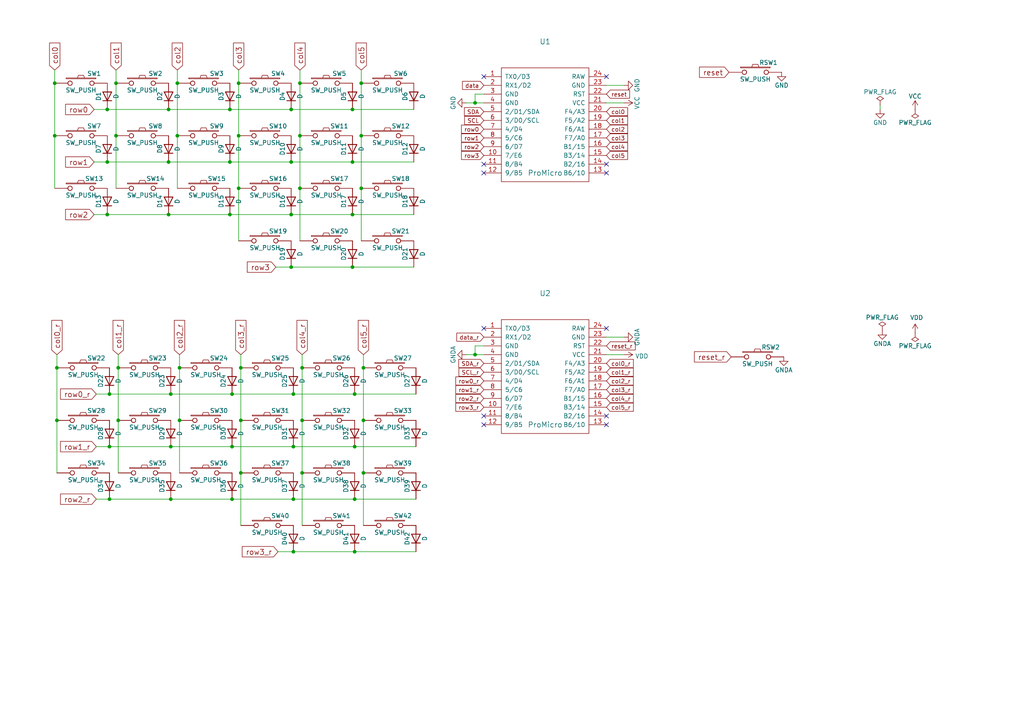
<source format=kicad_sch>
(kicad_sch (version 20230121) (generator eeschema)
  (paper "A4")
  (title_block (title "Corne Light") (date "2020-10-13") (rev "2.0") (company "foostan"))
  (lib_symbols
    (symbol "Device:D" (pin_numbers hide) (pin_names (offset 1.016) hide)
      (property "Reference" "D" (at 0 2.54 0))
      (property "Value" "D" (at 0 -2.54 0))
      (symbol "D_0_1"
        (polyline (pts (xy -1.27 1.27) (xy -1.27 -1.27)) (stroke (width 0.254)))
        (polyline (pts (xy 1.27 0) (xy -1.27 0)))
        (polyline (pts (xy 1.27 1.27) (xy 1.27 -1.27) (xy -1.27 0) (xy 1.27 1.27)) (stroke (width 0.254)))
      )
      (symbol "D_1_1"
        (pin passive line (at -3.81 0 0) (length 2.54) (name "K") (number "1"))
        (pin passive line (at 3.81 0 180) (length 2.54) (name "A") (number "2"))
      )
    )
    (symbol "corne-light-bt-mx-rescue:ProMicro-kbd" (pin_names (offset 1.016))
      (property "Reference" "U" (at 0 19.05 0))
      (property "Value" "kbd_ProMicro" (at 0 -19.05 0))
      (symbol "ProMicro-kbd_0_1"
        (rectangle (start -12.7 16.51) (end 12.7 -16.51))
      )
      (symbol "ProMicro-kbd_1_1"
        (pin bidirectional line (at -17.78 13.97 0) (length 5.08) (name "TX0/D3") (number "1"))
        (pin bidirectional line (at -17.78 -8.89 0) (length 5.08) (name "7/E6") (number "10"))
        (pin bidirectional line (at -17.78 -11.43 0) (length 5.08) (name "8/B4") (number "11"))
        (pin bidirectional line (at -17.78 -13.97 0) (length 5.08) (name "9/B5") (number "12"))
        (pin bidirectional line (at 17.78 -13.97 180) (length 5.08) (name "B6/10") (number "13"))
        (pin bidirectional line (at 17.78 -11.43 180) (length 5.08) (name "B2/16") (number "14"))
        (pin bidirectional line (at 17.78 -8.89 180) (length 5.08) (name "B3/14") (number "15"))
        (pin bidirectional line (at 17.78 -6.35 180) (length 5.08) (name "B1/15") (number "16"))
        (pin bidirectional line (at 17.78 -3.81 180) (length 5.08) (name "F7/A0") (number "17"))
        (pin bidirectional line (at 17.78 -1.27 180) (length 5.08) (name "F6/A1") (number "18"))
        (pin bidirectional line (at 17.78 1.27 180) (length 5.08) (name "F5/A2") (number "19"))
        (pin bidirectional line (at -17.78 11.43 0) (length 5.08) (name "RX1/D2") (number "2"))
        (pin bidirectional line (at 17.78 3.81 180) (length 5.08) (name "F4/A3") (number "20"))
        (pin power_in line (at 17.78 6.35 180) (length 5.08) (name "VCC") (number "21"))
        (pin input line (at 17.78 8.89 180) (length 5.08) (name "RST") (number "22"))
        (pin power_in line (at 17.78 11.43 180) (length 5.08) (name "GND") (number "23"))
        (pin power_out line (at 17.78 13.97 180) (length 5.08) (name "RAW") (number "24"))
        (pin power_in line (at -17.78 8.89 0) (length 5.08) (name "GND") (number "3"))
        (pin power_in line (at -17.78 6.35 0) (length 5.08) (name "GND") (number "4"))
        (pin bidirectional line (at -17.78 3.81 0) (length 5.08) (name "2/D1/SDA") (number "5"))
        (pin bidirectional line (at -17.78 1.27 0) (length 5.08) (name "3/D0/SCL") (number "6"))
        (pin bidirectional line (at -17.78 -1.27 0) (length 5.08) (name "4/D4") (number "7"))
        (pin bidirectional line (at -17.78 -3.81 0) (length 5.08) (name "5/C6") (number "8"))
        (pin bidirectional line (at -17.78 -6.35 0) (length 5.08) (name "6/D7") (number "9"))
      )
    )
    (symbol "corne-light-bt-mx-rescue:SW_PUSH-kbd" (pin_numbers hide) (pin_names (offset 1.016) hide)
      (property "Reference" "SW" (at 3.81 2.794 0))
      (property "Value" "kbd_SW_PUSH" (at 0 -2.032 0))
      (symbol "SW_PUSH-kbd_0_1"
        (rectangle (start -4.318 1.27) (end 4.318 1.524))
        (polyline (pts (xy -1.016 1.524) (xy -0.762 2.286) (xy 0.762 2.286) (xy 1.016 1.524)))
        (pin passive inverted (at -7.62 0 0) (length 5.08) (name "1") (number "1"))
        (pin passive inverted (at 7.62 0 180) (length 5.08) (name "2") (number "2"))
      )
    )
    (symbol "power:GND" (power) (pin_names (offset 0))
      (property "Value" "GND" (at 0 -3.81 0))
      (symbol "GND_0_1"
        (polyline (pts (xy 0 0) (xy 0 -1.27) (xy 1.27 -1.27) (xy 0 -2.54) (xy -1.27 -1.27) (xy 0 -1.27)))
      )
      (symbol "GND_1_1"
        (pin power_in line (at 0 0 270) (length 0) hide (name "GND") (number "1"))
      )
    )
    (symbol "power:GNDA" (power) (pin_names (offset 0))
      (property "Value" "GNDA" (at 0 -3.81 0))
      (symbol "GNDA_0_1"
        (polyline (pts (xy 0 0) (xy 0 -1.27) (xy 1.27 -1.27) (xy 0 -2.54) (xy -1.27 -1.27) (xy 0 -1.27)))
      )
      (symbol "GNDA_1_1"
        (pin power_in line (at 0 0 270) (length 0) hide (name "GNDA") (number "1"))
      )
    )
    (symbol "power:PWR_FLAG" (power) (pin_numbers hide) (pin_names (offset 0) hide)
      (property "Value" "PWR_FLAG" (at 0 3.81 0))
      (symbol "PWR_FLAG_0_0"
        (pin power_out line (at 0 0 90) (length 0) (name "pwr") (number "1"))
      )
      (symbol "PWR_FLAG_0_1"
        (polyline (pts (xy 0 0) (xy 0 1.27) (xy -1.016 1.905) (xy 0 2.54) (xy 1.016 1.905) (xy 0 1.27)))
      )
    )
    (symbol "power:VCC" (power) (pin_names (offset 0))
      (property "Value" "VCC" (at 0 3.81 0))
      (symbol "VCC_0_1"
        (polyline (pts (xy -0.762 1.27) (xy 0 2.54)))
        (polyline (pts (xy 0 0) (xy 0 2.54)))
        (polyline (pts (xy 0 2.54) (xy 0.762 1.27)))
      )
      (symbol "VCC_1_1"
        (pin power_in line (at 0 0 90) (length 0) hide (name "VCC") (number "1"))
      )
    )
    (symbol "power:VDD" (power) (pin_names (offset 0))
      (property "Value" "VDD" (at 0 3.81 0))
      (symbol "VDD_0_1"
        (polyline (pts (xy -0.762 1.27) (xy 0 2.54)))
        (polyline (pts (xy 0 0) (xy 0 2.54)))
        (polyline (pts (xy 0 2.54) (xy 0.762 1.27)))
      )
      (symbol "VDD_1_1"
        (pin power_in line (at 0 0 90) (length 0) hide (name "VDD") (number "1"))
      )
    )
  )
  (junction (at 66.675 62.23))
  (junction (at 31.115 62.23))
  (junction (at 84.455 31.75))
  (junction (at 67.31 144.78))
  (junction (at 48.895 31.75))
  (junction (at 52.07 106.68))
  (junction (at 31.115 46.99))
  (junction (at 87.63 137.16))
  (junction (at 69.215 24.13))
  (junction (at 66.675 31.75))
  (junction (at 16.51 121.92))
  (junction (at 86.995 24.13))
  (junction (at 31.75 114.3))
  (junction (at 102.87 129.54))
  (junction (at 87.63 106.68))
  (junction (at 66.675 46.99))
  (junction (at 31.75 129.54))
  (junction (at 33.655 39.37))
  (junction (at 15.875 24.13))
  (junction (at 87.63 121.92))
  (junction (at 51.435 24.13))
  (junction (at 102.87 144.78))
  (junction (at 102.87 160.02))
  (junction (at 34.29 106.68))
  (junction (at 52.07 121.92))
  (junction (at 105.41 137.16))
  (junction (at 105.41 121.92))
  (junction (at 34.29 121.92))
  (junction (at 84.455 46.99))
  (junction (at 67.31 129.54))
  (junction (at 86.995 54.61))
  (junction (at 69.85 137.16))
  (junction (at 33.655 24.13))
  (junction (at 67.31 114.3))
  (junction (at 86.995 39.37))
  (junction (at 85.09 160.02))
  (junction (at 85.09 129.54))
  (junction (at 69.215 54.61))
  (junction (at 51.435 39.37))
  (junction (at 48.895 62.23))
  (junction (at 16.51 106.68))
  (junction (at 104.775 24.13))
  (junction (at 102.235 62.23))
  (junction (at 69.85 121.92))
  (junction (at 49.53 144.78))
  (junction (at 69.215 39.37))
  (junction (at 102.235 31.75))
  (junction (at 31.115 31.75))
  (junction (at 137.795 29.845))
  (junction (at 84.455 62.23))
  (junction (at 137.795 102.87))
  (junction (at 85.09 114.3))
  (junction (at 69.85 106.68))
  (junction (at 49.53 129.54))
  (junction (at 105.41 106.68))
  (junction (at 48.895 46.99))
  (junction (at 31.75 144.78))
  (junction (at 85.09 144.78))
  (junction (at 104.775 54.61))
  (junction (at 102.235 46.99))
  (junction (at 49.53 114.3))
  (junction (at 102.235 77.47))
  (junction (at 84.455 77.47))
  (junction (at 104.775 39.37))
  (junction (at 15.875 39.37))
  (junction (at 102.87 114.3))
  (no_connect (at 140.335 22.225))
  (no_connect (at 175.895 123.19))
  (no_connect (at 140.335 47.625))
  (no_connect (at 140.335 120.65))
  (no_connect (at 6.35 -20.955))
  (no_connect (at 175.895 120.65))
  (no_connect (at 175.895 22.225))
  (no_connect (at 175.895 47.625))
  (no_connect (at 140.335 95.25))
  (no_connect (at 140.335 50.165))
  (no_connect (at 140.335 123.19))
  (no_connect (at 175.895 50.165))
  (no_connect (at 175.895 95.25))
  (wire (pts (xy 66.675 46.99) (xy 84.455 46.99)))
  (wire (pts (xy 52.07 106.68) (xy 52.07 121.92)))
  (wire (pts (xy 52.07 121.92) (xy 52.07 137.16)))
  (wire (pts (xy 16.51 106.68) (xy 16.51 121.92)))
  (wire (pts (xy 104.775 54.61) (xy 104.775 69.85)))
  (wire (pts (xy 175.895 24.765) (xy 180.975 24.765)))
  (wire (pts (xy 66.675 62.23) (xy 84.455 62.23)))
  (wire (pts (xy 87.63 137.16) (xy 87.63 152.4)))
  (wire (pts (xy 175.895 29.845) (xy 180.975 29.845)))
  (wire (pts (xy 84.455 62.23) (xy 102.235 62.23)))
  (wire (pts (xy 27.305 31.75) (xy 31.115 31.75)))
  (wire (pts (xy 137.795 102.87) (xy 140.335 102.87)))
  (wire (pts (xy 80.01 77.47) (xy 84.455 77.47)))
  (wire (pts (xy 69.85 121.92) (xy 69.85 137.16)))
  (wire (pts (xy 255.27 30.48) (xy 255.27 31.75)))
  (wire (pts (xy 105.41 121.92) (xy 105.41 137.16)))
  (wire (pts (xy 31.115 31.75) (xy 48.895 31.75)))
  (wire (pts (xy 67.31 114.3) (xy 85.09 114.3)))
  (wire (pts (xy 85.09 160.02) (xy 102.87 160.02)))
  (wire (pts (xy 34.29 106.68) (xy 34.29 121.92)))
  (wire (pts (xy 175.895 102.87) (xy 180.975 102.87)))
  (wire (pts (xy 67.31 129.54) (xy 85.09 129.54)))
  (wire (pts (xy 104.775 24.13) (xy 104.775 39.37)))
  (wire (pts (xy 31.75 114.3) (xy 49.53 114.3)))
  (wire (pts (xy 84.455 46.99) (xy 102.235 46.99)))
  (wire (pts (xy 67.31 144.78) (xy 85.09 144.78)))
  (wire (pts (xy 31.75 144.78) (xy 49.53 144.78)))
  (wire (pts (xy 69.85 106.68) (xy 69.85 121.92)))
  (wire (pts (xy 49.53 144.78) (xy 67.31 144.78)))
  (wire (pts (xy 34.29 121.92) (xy 34.29 137.16)))
  (wire (pts (xy 27.94 114.3) (xy 31.75 114.3)))
  (wire (pts (xy 15.875 20.32) (xy 15.875 24.13)))
  (wire (pts (xy 102.87 144.78) (xy 120.65 144.78)))
  (wire (pts (xy 27.94 129.54) (xy 31.75 129.54)))
  (wire (pts (xy 33.655 24.13) (xy 33.655 39.37)))
  (wire (pts (xy 135.255 102.87) (xy 137.795 102.87)))
  (wire (pts (xy 69.215 20.32) (xy 69.215 24.13)))
  (wire (pts (xy 135.255 29.845) (xy 137.795 29.845)))
  (wire (pts (xy 16.51 121.92) (xy 16.51 137.16)))
  (wire (pts (xy 104.775 39.37) (xy 104.775 54.61)))
  (wire (pts (xy 69.215 54.61) (xy 69.215 69.85)))
  (wire (pts (xy 102.87 160.02) (xy 120.65 160.02)))
  (wire (pts (xy 105.41 137.16) (xy 105.41 152.4)))
  (wire (pts (xy 27.94 144.78) (xy 31.75 144.78)))
  (wire (pts (xy 105.41 102.87) (xy 105.41 106.68)))
  (wire (pts (xy 51.435 24.13) (xy 51.435 39.37)))
  (wire (pts (xy 85.09 129.54) (xy 102.87 129.54)))
  (wire (pts (xy 80.645 160.02) (xy 85.09 160.02)))
  (wire (pts (xy 86.995 24.13) (xy 86.995 39.37)))
  (wire (pts (xy 86.995 54.61) (xy 86.995 69.85)))
  (wire (pts (xy 49.53 129.54) (xy 67.31 129.54)))
  (wire (pts (xy 51.435 20.32) (xy 51.435 24.13)))
  (wire (pts (xy 69.215 39.37) (xy 69.215 54.61)))
  (wire (pts (xy 31.115 62.23) (xy 48.895 62.23)))
  (wire (pts (xy 137.795 27.305) (xy 137.795 29.845)))
  (wire (pts (xy 48.895 31.75) (xy 66.675 31.75)))
  (wire (pts (xy 175.895 97.79) (xy 180.975 97.79)))
  (wire (pts (xy 48.895 46.99) (xy 66.675 46.99)))
  (wire (pts (xy 105.41 106.68) (xy 105.41 121.92)))
  (wire (pts (xy 31.115 46.99) (xy 48.895 46.99)))
  (wire (pts (xy 31.75 129.54) (xy 49.53 129.54)))
  (wire (pts (xy 33.655 39.37) (xy 33.655 54.61)))
  (wire (pts (xy 84.455 31.75) (xy 102.235 31.75)))
  (wire (pts (xy 27.305 62.23) (xy 31.115 62.23)))
  (wire (pts (xy 102.235 46.99) (xy 120.015 46.99)))
  (wire (pts (xy 140.335 100.33) (xy 137.795 100.33)))
  (wire (pts (xy 102.87 114.3) (xy 120.65 114.3)))
  (wire (pts (xy 69.215 24.13) (xy 69.215 39.37)))
  (wire (pts (xy 87.63 102.87) (xy 87.63 106.68)))
  (wire (pts (xy 48.895 62.23) (xy 66.675 62.23)))
  (wire (pts (xy 137.795 29.845) (xy 140.335 29.845)))
  (wire (pts (xy 104.775 20.32) (xy 104.775 24.13)))
  (wire (pts (xy 102.235 31.75) (xy 120.015 31.75)))
  (wire (pts (xy 84.455 77.47) (xy 102.235 77.47)))
  (wire (pts (xy 86.995 20.32) (xy 86.995 24.13)))
  (wire (pts (xy 69.85 137.16) (xy 69.85 152.4)))
  (wire (pts (xy 51.435 39.37) (xy 51.435 54.61)))
  (wire (pts (xy 85.09 144.78) (xy 102.87 144.78)))
  (wire (pts (xy 15.875 39.37) (xy 15.875 54.61)))
  (wire (pts (xy 33.655 20.32) (xy 33.655 24.13)))
  (wire (pts (xy 140.335 27.305) (xy 137.795 27.305)))
  (wire (pts (xy 16.51 102.87) (xy 16.51 106.68)))
  (wire (pts (xy 34.29 102.87) (xy 34.29 106.68)))
  (wire (pts (xy 49.53 114.3) (xy 67.31 114.3)))
  (wire (pts (xy 102.235 77.47) (xy 120.015 77.47)))
  (wire (pts (xy 87.63 121.92) (xy 87.63 137.16)))
  (wire (pts (xy 52.07 102.87) (xy 52.07 106.68)))
  (wire (pts (xy 102.87 129.54) (xy 120.65 129.54)))
  (wire (pts (xy 66.675 31.75) (xy 84.455 31.75)))
  (wire (pts (xy 27.305 46.99) (xy 31.115 46.99)))
  (wire (pts (xy 102.235 62.23) (xy 120.015 62.23)))
  (wire (pts (xy 86.995 39.37) (xy 86.995 54.61)))
  (wire (pts (xy 87.63 106.68) (xy 87.63 121.92)))
  (wire (pts (xy 137.795 100.33) (xy 137.795 102.87)))
  (wire (pts (xy 85.09 114.3) (xy 102.87 114.3)))
  (wire (pts (xy 69.85 102.87) (xy 69.85 106.68)))
  (wire (pts (xy 15.875 24.13) (xy 15.875 39.37)))
  (global_label "col4_r" (shape input) (at 87.63 102.87 90) (effects (font (size 1.524 1.524))) (property "Intersheetrefs" "${INTERSHEET_REFS}" (effects hide)))
  (global_label "col1" (shape input) (at 33.655 20.32 90) (effects (font (size 1.524 1.524))) (property "Intersheetrefs" "${INTERSHEET_REFS}" (effects hide)))
  (global_label "col2_r" (shape input) (at 52.07 102.87 90) (effects (font (size 1.524 1.524))) (property "Intersheetrefs" "${INTERSHEET_REFS}" (effects hide)))
  (global_label "row0" (shape input) (at 27.305 31.75 180) (effects (font (size 1.524 1.524))) (property "Intersheetrefs" "${INTERSHEET_REFS}" (effects hide)))
  (global_label "SDA" (shape input) (at 140.335 32.385 180) (effects (font (size 1.1938 1.1938))) (property "Intersheetrefs" "${INTERSHEET_REFS}" (effects hide)))
  (global_label "row0_r" (shape input) (at 27.94 114.3 180) (effects (font (size 1.524 1.524))) (property "Intersheetrefs" "${INTERSHEET_REFS}" (effects hide)))
  (global_label "reset" (shape input) (at 175.895 27.305 0) (effects (font (size 1.1938 1.1938))) (property "Intersheetrefs" "${INTERSHEET_REFS}" (effects hide)))
  (global_label "row1" (shape input) (at 27.305 46.99 180) (effects (font (size 1.524 1.524))) (property "Intersheetrefs" "${INTERSHEET_REFS}" (effects hide)))
  (global_label "col3" (shape input) (at 69.215 20.32 90) (effects (font (size 1.524 1.524))) (property "Intersheetrefs" "${INTERSHEET_REFS}" (effects hide)))
  (global_label "col2_r" (shape input) (at 175.895 110.49 0) (effects (font (size 1.1938 1.1938))) (property "Intersheetrefs" "${INTERSHEET_REFS}" (effects hide)))
  (global_label "row3" (shape input) (at 140.335 45.085 180) (effects (font (size 1.1938 1.1938))) (property "Intersheetrefs" "${INTERSHEET_REFS}" (effects hide)))
  (global_label "row2_r" (shape input) (at 140.335 115.57 180) (effects (font (size 1.1938 1.1938))) (property "Intersheetrefs" "${INTERSHEET_REFS}" (effects hide)))
  (global_label "col4" (shape input) (at 175.895 42.545 0) (effects (font (size 1.1938 1.1938))) (property "Intersheetrefs" "${INTERSHEET_REFS}" (effects hide)))
  (global_label "row2" (shape input) (at 140.335 42.545 180) (effects (font (size 1.1938 1.1938))) (property "Intersheetrefs" "${INTERSHEET_REFS}" (effects hide)))
  (global_label "col5_r" (shape input) (at 175.895 118.11 0) (effects (font (size 1.1938 1.1938))) (property "Intersheetrefs" "${INTERSHEET_REFS}" (effects hide)))
  (global_label "reset_r" (shape input) (at 175.895 100.33 0) (effects (font (size 1.1938 1.1938))) (property "Intersheetrefs" "${INTERSHEET_REFS}" (effects hide)))
  (global_label "col0_r" (shape input) (at 16.51 102.87 90) (effects (font (size 1.524 1.524))) (property "Intersheetrefs" "${INTERSHEET_REFS}" (effects hide)))
  (global_label "row3_r" (shape input) (at 80.645 160.02 180) (effects (font (size 1.524 1.524))) (property "Intersheetrefs" "${INTERSHEET_REFS}" (effects hide)))
  (global_label "row1" (shape input) (at 140.335 40.005 180) (effects (font (size 1.1938 1.1938))) (property "Intersheetrefs" "${INTERSHEET_REFS}" (effects hide)))
  (global_label "col1_r" (shape input) (at 34.29 102.87 90) (effects (font (size 1.524 1.524))) (property "Intersheetrefs" "${INTERSHEET_REFS}" (effects hide)))
  (global_label "col5_r" (shape input) (at 105.41 102.87 90) (effects (font (size 1.524 1.524))) (property "Intersheetrefs" "${INTERSHEET_REFS}" (effects hide)))
  (global_label "SDA_r" (shape input) (at 140.335 105.41 180) (effects (font (size 1.1938 1.1938))) (property "Intersheetrefs" "${INTERSHEET_REFS}" (effects hide)))
  (global_label "col1_r" (shape input) (at 175.895 107.95 0) (effects (font (size 1.1938 1.1938))) (property "Intersheetrefs" "${INTERSHEET_REFS}" (effects hide)))
  (global_label "row3_r" (shape input) (at 140.335 118.11 180) (effects (font (size 1.1938 1.1938))) (property "Intersheetrefs" "${INTERSHEET_REFS}" (effects hide)))
  (global_label "col5" (shape input) (at 104.775 20.32 90) (effects (font (size 1.524 1.524))) (property "Intersheetrefs" "${INTERSHEET_REFS}" (effects hide)))
  (global_label "col0" (shape input) (at 175.895 32.385 0) (effects (font (size 1.1938 1.1938))) (property "Intersheetrefs" "${INTERSHEET_REFS}" (effects hide)))
  (global_label "SCL_r" (shape input) (at 140.335 107.95 180) (effects (font (size 1.1938 1.1938))) (property "Intersheetrefs" "${INTERSHEET_REFS}" (effects hide)))
  (global_label "row3" (shape input) (at 80.01 77.47 180) (effects (font (size 1.524 1.524))) (property "Intersheetrefs" "${INTERSHEET_REFS}" (effects hide)))
  (global_label "SCL" (shape input) (at 140.335 34.925 180) (effects (font (size 1.1938 1.1938))) (property "Intersheetrefs" "${INTERSHEET_REFS}" (effects hide)))
  (global_label "data_r" (shape input) (at 140.335 97.79 180) (effects (font (size 1.1938 1.1938))) (property "Intersheetrefs" "${INTERSHEET_REFS}" (effects hide)))
  (global_label "col0_r" (shape input) (at 175.895 105.41 0) (effects (font (size 1.1938 1.1938))) (property "Intersheetrefs" "${INTERSHEET_REFS}" (effects hide)))
  (global_label "data" (shape input) (at 140.335 24.765 180) (effects (font (size 1.1938 1.1938))) (property "Intersheetrefs" "${INTERSHEET_REFS}" (effects hide)))
  (global_label "col4_r" (shape input) (at 175.895 115.57 0) (effects (font (size 1.1938 1.1938))) (property "Intersheetrefs" "${INTERSHEET_REFS}" (effects hide)))
  (global_label "row0_r" (shape input) (at 140.335 110.49 180) (effects (font (size 1.1938 1.1938))) (property "Intersheetrefs" "${INTERSHEET_REFS}" (effects hide)))
  (global_label "col1" (shape input) (at 175.895 34.925 0) (effects (font (size 1.1938 1.1938))) (property "Intersheetrefs" "${INTERSHEET_REFS}" (effects hide)))
  (global_label "col2" (shape input) (at 51.435 20.32 90) (effects (font (size 1.524 1.524))) (property "Intersheetrefs" "${INTERSHEET_REFS}" (effects hide)))
  (global_label "reset_r" (shape input) (at 212.09 103.505 180) (effects (font (size 1.524 1.524))) (property "Intersheetrefs" "${INTERSHEET_REFS}" (effects hide)))
  (global_label "row1_r" (shape input) (at 27.94 129.54 180) (effects (font (size 1.524 1.524))) (property "Intersheetrefs" "${INTERSHEET_REFS}" (effects hide)))
  (global_label "col0" (shape input) (at 15.875 20.32 90) (effects (font (size 1.524 1.524))) (property "Intersheetrefs" "${INTERSHEET_REFS}" (effects hide)))
  (global_label "row2" (shape input) (at 27.305 62.23 180) (effects (font (size 1.524 1.524))) (property "Intersheetrefs" "${INTERSHEET_REFS}" (effects hide)))
  (global_label "col5" (shape input) (at 175.895 45.085 0) (effects (font (size 1.1938 1.1938))) (property "Intersheetrefs" "${INTERSHEET_REFS}" (effects hide)))
  (global_label "col3_r" (shape input) (at 69.85 102.87 90) (effects (font (size 1.524 1.524))) (property "Intersheetrefs" "${INTERSHEET_REFS}" (effects hide)))
  (global_label "col3_r" (shape input) (at 175.895 113.03 0) (effects (font (size 1.1938 1.1938))) (property "Intersheetrefs" "${INTERSHEET_REFS}" (effects hide)))
  (global_label "row0" (shape input) (at 140.335 37.465 180) (effects (font (size 1.1938 1.1938))) (property "Intersheetrefs" "${INTERSHEET_REFS}" (effects hide)))
  (global_label "reset" (shape input) (at 211.455 20.955 180) (effects (font (size 1.524 1.524))) (property "Intersheetrefs" "${INTERSHEET_REFS}" (effects hide)))
  (global_label "col4" (shape input) (at 86.995 20.32 90) (effects (font (size 1.524 1.524))) (property "Intersheetrefs" "${INTERSHEET_REFS}" (effects hide)))
  (global_label "row2_r" (shape input) (at 27.94 144.78 180) (effects (font (size 1.524 1.524))) (property "Intersheetrefs" "${INTERSHEET_REFS}" (effects hide)))
  (global_label "col2" (shape input) (at 175.895 37.465 0) (effects (font (size 1.1938 1.1938))) (property "Intersheetrefs" "${INTERSHEET_REFS}" (effects hide)))
  (global_label "row1_r" (shape input) (at 140.335 113.03 180) (effects (font (size 1.1938 1.1938))) (property "Intersheetrefs" "${INTERSHEET_REFS}" (effects hide)))
  (global_label "col3" (shape input) (at 175.895 40.005 0) (effects (font (size 1.1938 1.1938))) (property "Intersheetrefs" "${INTERSHEET_REFS}" (effects hide)))
  (symbol (lib_id "corne-light-bt-mx-rescue:ProMicro-kbd") (at 158.115 36.195 0) (unit 1)
    (property "Reference" "U1" (at 158.115 12.065 0) (effects (font (size 1.524 1.524))))
    (property "Value" "ProMicro" (at 158.115 50.165 0) (effects (font (size 1.524 1.524))))
    (property "Footprint" "kbd:ProMicro_v3" (effects hide))
  )
  (symbol (lib_id "corne-light-bt-mx-rescue:SW_PUSH-kbd") (at 41.275 24.13 0) (unit 1)
    (property "Reference" "SW2" (at 45.085 21.336 0))
    (property "Value" "SW_PUSH" (at 41.275 26.162 0))
    (property "Footprint" "kbd:CherryMX_ChocV2_1u" (effects hide))
  )
  (symbol (lib_id "Device:D") (at 48.895 27.94 90) (unit 1)
    (property "Reference" "D2" (at 46.355 27.94 0))
    (property "Value" "D" (at 51.435 27.94 0))
    (property "Footprint" "kbd:D3_TH" (effects hide))
  )
  (symbol (lib_id "corne-light-bt-mx-rescue:SW_PUSH-kbd") (at 59.055 24.13 0) (unit 1)
    (property "Reference" "SW3" (at 62.865 21.336 0))
    (property "Value" "SW_PUSH" (at 59.055 26.162 0))
    (property "Footprint" "kbd:CherryMX_ChocV2_1u" (effects hide))
  )
  (symbol (lib_id "Device:D") (at 66.675 27.94 90) (unit 1)
    (property "Reference" "D3" (at 64.135 27.94 0))
    (property "Value" "D" (at 69.215 27.94 0))
    (property "Footprint" "kbd:D3_TH" (effects hide))
  )
  (symbol (lib_id "corne-light-bt-mx-rescue:SW_PUSH-kbd") (at 76.835 24.13 0) (unit 1)
    (property "Reference" "SW4" (at 80.645 21.336 0))
    (property "Value" "SW_PUSH" (at 76.835 26.162 0))
    (property "Footprint" "kbd:CherryMX_ChocV2_1u" (effects hide))
  )
  (symbol (lib_id "corne-light-bt-mx-rescue:SW_PUSH-kbd") (at 94.615 24.13 0) (unit 1)
    (property "Reference" "SW5" (at 98.425 21.336 0))
    (property "Value" "SW_PUSH" (at 94.615 26.162 0))
    (property "Footprint" "kbd:CherryMX_ChocV2_1u" (effects hide))
  )
  (symbol (lib_id "corne-light-bt-mx-rescue:SW_PUSH-kbd") (at 112.395 24.13 0) (unit 1)
    (property "Reference" "SW6" (at 116.205 21.336 0))
    (property "Value" "SW_PUSH" (at 112.395 26.162 0))
    (property "Footprint" "kbd:CherryMX_ChocV2_1u" (effects hide))
  )
  (symbol (lib_id "Device:D") (at 84.455 27.94 90) (unit 1)
    (property "Reference" "D4" (at 81.915 27.94 0))
    (property "Value" "D" (at 86.995 27.94 0))
    (property "Footprint" "kbd:D3_TH" (effects hide))
  )
  (symbol (lib_id "Device:D") (at 102.235 27.94 90) (unit 1)
    (property "Reference" "D5" (at 99.695 27.94 0))
    (property "Value" "D" (at 104.775 27.94 0))
    (property "Footprint" "kbd:D3_TH" (effects hide))
  )
  (symbol (lib_id "Device:D") (at 120.015 27.94 90) (unit 1)
    (property "Reference" "D6" (at 117.475 27.94 0))
    (property "Value" "D" (at 122.555 27.94 0))
    (property "Footprint" "kbd:D3_TH" (effects hide))
  )
  (symbol (lib_id "corne-light-bt-mx-rescue:SW_PUSH-kbd") (at 23.495 24.13 0) (unit 1)
    (property "Reference" "SW1" (at 27.305 21.336 0))
    (property "Value" "SW_PUSH" (at 23.495 26.162 0))
    (property "Footprint" "kbd:CherryMX_ChocV2_1u" (effects hide))
  )
  (symbol (lib_id "Device:D") (at 31.115 27.94 90) (unit 1)
    (property "Reference" "D1" (at 28.575 27.94 0))
    (property "Value" "D" (at 33.655 27.94 0))
    (property "Footprint" "kbd:D3_TH" (effects hide))
  )
  (symbol (lib_id "corne-light-bt-mx-rescue:SW_PUSH-kbd") (at 41.275 39.37 0) (unit 1)
    (property "Reference" "SW8" (at 45.085 36.576 0))
    (property "Value" "SW_PUSH" (at 41.275 41.402 0))
    (property "Footprint" "kbd:CherryMX_ChocV2_1u" (effects hide))
  )
  (symbol (lib_id "Device:D") (at 48.895 43.18 90) (unit 1)
    (property "Reference" "D8" (at 46.355 43.18 0))
    (property "Value" "D" (at 51.435 43.18 0))
    (property "Footprint" "kbd:D3_TH" (effects hide))
  )
  (symbol (lib_id "corne-light-bt-mx-rescue:SW_PUSH-kbd") (at 59.055 39.37 0) (unit 1)
    (property "Reference" "SW9" (at 62.865 36.576 0))
    (property "Value" "SW_PUSH" (at 59.055 41.402 0))
    (property "Footprint" "kbd:CherryMX_ChocV2_1u" (effects hide))
  )
  (symbol (lib_id "Device:D") (at 66.675 43.18 90) (unit 1)
    (property "Reference" "D9" (at 64.135 43.18 0))
    (property "Value" "D" (at 69.215 43.18 0))
    (property "Footprint" "kbd:D3_TH" (effects hide))
  )
  (symbol (lib_id "corne-light-bt-mx-rescue:SW_PUSH-kbd") (at 76.835 39.37 0) (unit 1)
    (property "Reference" "SW10" (at 80.645 36.576 0))
    (property "Value" "SW_PUSH" (at 76.835 41.402 0))
    (property "Footprint" "kbd:CherryMX_ChocV2_1u" (effects hide))
  )
  (symbol (lib_id "corne-light-bt-mx-rescue:SW_PUSH-kbd") (at 94.615 39.37 0) (unit 1)
    (property "Reference" "SW11" (at 98.425 36.576 0))
    (property "Value" "SW_PUSH" (at 94.615 41.402 0))
    (property "Footprint" "kbd:CherryMX_ChocV2_1u" (effects hide))
  )
  (symbol (lib_id "corne-light-bt-mx-rescue:SW_PUSH-kbd") (at 112.395 39.37 0) (unit 1)
    (property "Reference" "SW12" (at 116.205 36.576 0))
    (property "Value" "SW_PUSH" (at 112.395 41.402 0))
    (property "Footprint" "kbd:CherryMX_ChocV2_1u" (effects hide))
  )
  (symbol (lib_id "Device:D") (at 84.455 43.18 90) (unit 1)
    (property "Reference" "D10" (at 81.915 43.18 0))
    (property "Value" "D" (at 86.995 43.18 0))
    (property "Footprint" "kbd:D3_TH" (effects hide))
  )
  (symbol (lib_id "Device:D") (at 102.235 43.18 90) (unit 1)
    (property "Reference" "D11" (at 99.695 43.18 0))
    (property "Value" "D" (at 104.775 43.18 0))
    (property "Footprint" "kbd:D3_TH" (effects hide))
  )
  (symbol (lib_id "Device:D") (at 120.015 43.18 90) (unit 1)
    (property "Reference" "D12" (at 117.475 43.18 0))
    (property "Value" "D" (at 122.555 43.18 0))
    (property "Footprint" "kbd:D3_TH" (effects hide))
  )
  (symbol (lib_id "corne-light-bt-mx-rescue:SW_PUSH-kbd") (at 23.495 39.37 0) (unit 1)
    (property "Reference" "SW7" (at 27.305 36.576 0))
    (property "Value" "SW_PUSH" (at 23.495 41.402 0))
    (property "Footprint" "kbd:CherryMX_ChocV2_1u" (effects hide))
  )
  (symbol (lib_id "Device:D") (at 31.115 43.18 90) (unit 1)
    (property "Reference" "D7" (at 28.575 43.18 0))
    (property "Value" "D" (at 33.655 43.18 0))
    (property "Footprint" "kbd:D3_TH" (effects hide))
  )
  (symbol (lib_id "corne-light-bt-mx-rescue:SW_PUSH-kbd") (at 41.275 54.61 0) (unit 1)
    (property "Reference" "SW14" (at 45.085 51.816 0))
    (property "Value" "SW_PUSH" (at 41.275 56.642 0))
    (property "Footprint" "kbd:CherryMX_ChocV2_1u" (effects hide))
  )
  (symbol (lib_id "Device:D") (at 48.895 58.42 90) (unit 1)
    (property "Reference" "D14" (at 46.355 58.42 0))
    (property "Value" "D" (at 51.435 58.42 0))
    (property "Footprint" "kbd:D3_TH" (effects hide))
  )
  (symbol (lib_id "corne-light-bt-mx-rescue:SW_PUSH-kbd") (at 59.055 54.61 0) (unit 1)
    (property "Reference" "SW15" (at 62.865 51.816 0))
    (property "Value" "SW_PUSH" (at 59.055 56.642 0))
    (property "Footprint" "kbd:CherryMX_ChocV2_1u" (effects hide))
  )
  (symbol (lib_id "Device:D") (at 66.675 58.42 90) (unit 1)
    (property "Reference" "D15" (at 64.135 58.42 0))
    (property "Value" "D" (at 69.215 58.42 0))
    (property "Footprint" "kbd:D3_TH" (effects hide))
  )
  (symbol (lib_id "corne-light-bt-mx-rescue:SW_PUSH-kbd") (at 76.835 54.61 0) (unit 1)
    (property "Reference" "SW16" (at 80.645 51.816 0))
    (property "Value" "SW_PUSH" (at 76.835 56.642 0))
    (property "Footprint" "kbd:CherryMX_ChocV2_1u" (effects hide))
  )
  (symbol (lib_id "corne-light-bt-mx-rescue:SW_PUSH-kbd") (at 94.615 54.61 0) (unit 1)
    (property "Reference" "SW17" (at 98.425 51.816 0))
    (property "Value" "SW_PUSH" (at 94.615 56.642 0))
    (property "Footprint" "kbd:CherryMX_ChocV2_1u" (effects hide))
  )
  (symbol (lib_id "corne-light-bt-mx-rescue:SW_PUSH-kbd") (at 112.395 54.61 0) (unit 1)
    (property "Reference" "SW18" (at 116.205 51.816 0))
    (property "Value" "SW_PUSH" (at 112.395 56.642 0))
    (property "Footprint" "kbd:CherryMX_ChocV2_1u" (effects hide))
  )
  (symbol (lib_id "Device:D") (at 84.455 58.42 90) (unit 1)
    (property "Reference" "D16" (at 81.915 58.42 0))
    (property "Value" "D" (at 86.995 58.42 0))
    (property "Footprint" "kbd:D3_TH" (effects hide))
  )
  (symbol (lib_id "Device:D") (at 102.235 58.42 90) (unit 1)
    (property "Reference" "D17" (at 99.695 58.42 0))
    (property "Value" "D" (at 104.775 58.42 0))
    (property "Footprint" "kbd:D3_TH" (effects hide))
  )
  (symbol (lib_id "Device:D") (at 120.015 58.42 90) (unit 1)
    (property "Reference" "D18" (at 117.475 58.42 0))
    (property "Value" "D" (at 122.555 58.42 0))
    (property "Footprint" "kbd:D3_TH" (effects hide))
  )
  (symbol (lib_id "corne-light-bt-mx-rescue:SW_PUSH-kbd") (at 23.495 54.61 0) (unit 1)
    (property "Reference" "SW13" (at 27.305 51.816 0))
    (property "Value" "SW_PUSH" (at 23.495 56.642 0))
    (property "Footprint" "kbd:CherryMX_ChocV2_1u" (effects hide))
  )
  (symbol (lib_id "Device:D") (at 31.115 58.42 90) (unit 1)
    (property "Reference" "D13" (at 28.575 58.42 0))
    (property "Value" "D" (at 33.655 58.42 0))
    (property "Footprint" "kbd:D3_TH" (effects hide))
  )
  (symbol (lib_id "corne-light-bt-mx-rescue:SW_PUSH-kbd") (at 94.615 69.85 0) (unit 1)
    (property "Reference" "SW20" (at 98.425 67.056 0))
    (property "Value" "SW_PUSH" (at 94.615 71.882 0))
    (property "Footprint" "kbd:CherryMX_ChocV2_1u" (effects hide))
  )
  (symbol (lib_id "Device:D") (at 102.235 73.66 90) (unit 1)
    (property "Reference" "D20" (at 99.695 73.66 0))
    (property "Value" "D" (at 104.775 73.66 0))
    (property "Footprint" "kbd:D3_TH" (effects hide))
  )
  (symbol (lib_id "corne-light-bt-mx-rescue:SW_PUSH-kbd") (at 112.395 69.85 0) (unit 1)
    (property "Reference" "SW21" (at 116.205 67.056 0))
    (property "Value" "SW_PUSH" (at 112.395 71.882 0))
    (property "Footprint" "kbd:CherryMX_ChocV2_1.5u" (effects hide))
  )
  (symbol (lib_id "Device:D") (at 120.015 73.66 90) (unit 1)
    (property "Reference" "D21" (at 117.475 73.66 0))
    (property "Value" "D" (at 122.555 73.66 0))
    (property "Footprint" "kbd:D3_TH" (effects hide))
  )
  (symbol (lib_id "corne-light-bt-mx-rescue:SW_PUSH-kbd") (at 76.835 69.85 0) (unit 1)
    (property "Reference" "SW19" (at 80.645 67.056 0))
    (property "Value" "SW_PUSH" (at 76.835 71.882 0))
    (property "Footprint" "kbd:CherryMX_ChocV2_1u" (effects hide))
  )
  (symbol (lib_id "Device:D") (at 84.455 73.66 90) (unit 1)
    (property "Reference" "D19" (at 81.915 73.66 0))
    (property "Value" "D" (at 86.995 73.66 0))
    (property "Footprint" "kbd:D3_TH" (effects hide))
  )
  (symbol (lib_id "power:GND") (at 180.975 24.765 90) (unit 1)
    (property "Reference" "#PWR03" (effects hide))
    (property "Value" "GND" (at 184.785 24.765 0))
  )
  (symbol (lib_id "power:VCC") (at 180.975 29.845 270) (unit 1)
    (property "Reference" "#PWR05" (effects hide))
    (property "Value" "VCC" (at 184.785 29.845 0))
  )
  (symbol (lib_id "power:GND") (at 135.255 29.845 270) (unit 1)
    (property "Reference" "#PWR04" (effects hide))
    (property "Value" "GND" (at 131.445 29.845 0))
  )
  (symbol (lib_id "corne-light-bt-mx-rescue:SW_PUSH-kbd") (at 219.075 20.955 0) (unit 1)
    (property "Reference" "RSW1" (at 222.885 18.161 0))
    (property "Value" "SW_PUSH" (at 219.075 22.987 0))
    (property "Footprint" "kbd:ResetSW_1side" (effects hide))
  )
  (symbol (lib_id "power:GND") (at 226.695 20.955 0) (unit 1)
    (property "Reference" "#PWR07" (effects hide))
    (property "Value" "GND" (at 226.695 24.765 0))
  )
  (symbol (lib_id "corne-light-bt-mx-rescue:ProMicro-kbd") (at 158.115 109.22 0) (unit 1)
    (property "Reference" "U2" (at 158.115 85.09 0) (effects (font (size 1.524 1.524))))
    (property "Value" "ProMicro" (at 158.115 123.19 0) (effects (font (size 1.524 1.524))))
    (property "Footprint" "kbd:ProMicro_v3" (effects hide))
  )
  (symbol (lib_id "corne-light-bt-mx-rescue:SW_PUSH-kbd") (at 41.91 106.68 0) (unit 1)
    (property "Reference" "SW23" (at 45.72 103.886 0))
    (property "Value" "SW_PUSH" (at 41.91 108.712 0))
    (property "Footprint" "kbd:CherryMX_ChocV2_1u" (effects hide))
  )
  (symbol (lib_id "Device:D") (at 49.53 110.49 90) (unit 1)
    (property "Reference" "D23" (at 46.99 110.49 0))
    (property "Value" "D" (at 52.07 110.49 0))
    (property "Footprint" "kbd:D3_TH" (effects hide))
  )
  (symbol (lib_id "corne-light-bt-mx-rescue:SW_PUSH-kbd") (at 59.69 106.68 0) (unit 1)
    (property "Reference" "SW24" (at 63.5 103.886 0))
    (property "Value" "SW_PUSH" (at 59.69 108.712 0))
    (property "Footprint" "kbd:CherryMX_ChocV2_1u" (effects hide))
  )
  (symbol (lib_id "Device:D") (at 67.31 110.49 90) (unit 1)
    (property "Reference" "D24" (at 64.77 110.49 0))
    (property "Value" "D" (at 69.85 110.49 0))
    (property "Footprint" "kbd:D3_TH" (effects hide))
  )
  (symbol (lib_id "corne-light-bt-mx-rescue:SW_PUSH-kbd") (at 77.47 106.68 0) (unit 1)
    (property "Reference" "SW25" (at 81.28 103.886 0))
    (property "Value" "SW_PUSH" (at 77.47 108.712 0))
    (property "Footprint" "kbd:CherryMX_ChocV2_1u" (effects hide))
  )
  (symbol (lib_id "corne-light-bt-mx-rescue:SW_PUSH-kbd") (at 95.25 106.68 0) (unit 1)
    (property "Reference" "SW26" (at 99.06 103.886 0))
    (property "Value" "SW_PUSH" (at 95.25 108.712 0))
    (property "Footprint" "kbd:CherryMX_ChocV2_1u" (effects hide))
  )
  (symbol (lib_id "corne-light-bt-mx-rescue:SW_PUSH-kbd") (at 113.03 106.68 0) (unit 1)
    (property "Reference" "SW27" (at 116.84 103.886 0))
    (property "Value" "SW_PUSH" (at 113.03 108.712 0))
    (property "Footprint" "kbd:CherryMX_ChocV2_1u" (effects hide))
  )
  (symbol (lib_id "Device:D") (at 85.09 110.49 90) (unit 1)
    (property "Reference" "D25" (at 82.55 110.49 0))
    (property "Value" "D" (at 87.63 110.49 0))
    (property "Footprint" "kbd:D3_TH" (effects hide))
  )
  (symbol (lib_id "Device:D") (at 102.87 110.49 90) (unit 1)
    (property "Reference" "D26" (at 100.33 110.49 0))
    (property "Value" "D" (at 105.41 110.49 0))
    (property "Footprint" "kbd:D3_TH" (effects hide))
  )
  (symbol (lib_id "Device:D") (at 120.65 110.49 90) (unit 1)
    (property "Reference" "D27" (at 118.11 110.49 0))
    (property "Value" "D" (at 123.19 110.49 0))
    (property "Footprint" "kbd:D3_TH" (effects hide))
  )
  (symbol (lib_id "corne-light-bt-mx-rescue:SW_PUSH-kbd") (at 24.13 106.68 0) (unit 1)
    (property "Reference" "SW22" (at 27.94 103.886 0))
    (property "Value" "SW_PUSH" (at 24.13 108.712 0))
    (property "Footprint" "kbd:CherryMX_ChocV2_1u" (effects hide))
  )
  (symbol (lib_id "Device:D") (at 31.75 110.49 90) (unit 1)
    (property "Reference" "D22" (at 29.21 110.49 0))
    (property "Value" "D" (at 34.29 110.49 0))
    (property "Footprint" "kbd:D3_TH" (effects hide))
  )
  (symbol (lib_id "corne-light-bt-mx-rescue:SW_PUSH-kbd") (at 41.91 121.92 0) (unit 1)
    (property "Reference" "SW29" (at 45.72 119.126 0))
    (property "Value" "SW_PUSH" (at 41.91 123.952 0))
    (property "Footprint" "kbd:CherryMX_ChocV2_1u" (effects hide))
  )
  (symbol (lib_id "Device:D") (at 49.53 125.73 90) (unit 1)
    (property "Reference" "D29" (at 46.99 125.73 0))
    (property "Value" "D" (at 52.07 125.73 0))
    (property "Footprint" "kbd:D3_TH" (effects hide))
  )
  (symbol (lib_id "corne-light-bt-mx-rescue:SW_PUSH-kbd") (at 59.69 121.92 0) (unit 1)
    (property "Reference" "SW30" (at 63.5 119.126 0))
    (property "Value" "SW_PUSH" (at 59.69 123.952 0))
    (property "Footprint" "kbd:CherryMX_ChocV2_1u" (effects hide))
  )
  (symbol (lib_id "Device:D") (at 67.31 125.73 90) (unit 1)
    (property "Reference" "D30" (at 64.77 125.73 0))
    (property "Value" "D" (at 69.85 125.73 0))
    (property "Footprint" "kbd:D3_TH" (effects hide))
  )
  (symbol (lib_id "corne-light-bt-mx-rescue:SW_PUSH-kbd") (at 77.47 121.92 0) (unit 1)
    (property "Reference" "SW31" (at 81.28 119.126 0))
    (property "Value" "SW_PUSH" (at 77.47 123.952 0))
    (property "Footprint" "kbd:CherryMX_ChocV2_1u" (effects hide))
  )
  (symbol (lib_id "corne-light-bt-mx-rescue:SW_PUSH-kbd") (at 95.25 121.92 0) (unit 1)
    (property "Reference" "SW32" (at 99.06 119.126 0))
    (property "Value" "SW_PUSH" (at 95.25 123.952 0))
    (property "Footprint" "kbd:CherryMX_ChocV2_1u" (effects hide))
  )
  (symbol (lib_id "corne-light-bt-mx-rescue:SW_PUSH-kbd") (at 113.03 121.92 0) (unit 1)
    (property "Reference" "SW33" (at 116.84 119.126 0))
    (property "Value" "SW_PUSH" (at 113.03 123.952 0))
    (property "Footprint" "kbd:CherryMX_ChocV2_1u" (effects hide))
  )
  (symbol (lib_id "Device:D") (at 85.09 125.73 90) (unit 1)
    (property "Reference" "D31" (at 82.55 125.73 0))
    (property "Value" "D" (at 87.63 125.73 0))
    (property "Footprint" "kbd:D3_TH" (effects hide))
  )
  (symbol (lib_id "Device:D") (at 102.87 125.73 90) (unit 1)
    (property "Reference" "D32" (at 100.33 125.73 0))
    (property "Value" "D" (at 105.41 125.73 0))
    (property "Footprint" "kbd:D3_TH" (effects hide))
  )
  (symbol (lib_id "Device:D") (at 120.65 125.73 90) (unit 1)
    (property "Reference" "D33" (at 118.11 125.73 0))
    (property "Value" "D" (at 123.19 125.73 0))
    (property "Footprint" "kbd:D3_TH" (effects hide))
  )
  (symbol (lib_id "corne-light-bt-mx-rescue:SW_PUSH-kbd") (at 24.13 121.92 0) (unit 1)
    (property "Reference" "SW28" (at 27.94 119.126 0))
    (property "Value" "SW_PUSH" (at 24.13 123.952 0))
    (property "Footprint" "kbd:CherryMX_ChocV2_1u" (effects hide))
  )
  (symbol (lib_id "Device:D") (at 31.75 125.73 90) (unit 1)
    (property "Reference" "D28" (at 29.21 125.73 0))
    (property "Value" "D" (at 34.29 125.73 0))
    (property "Footprint" "kbd:D3_TH" (effects hide))
  )
  (symbol (lib_id "corne-light-bt-mx-rescue:SW_PUSH-kbd") (at 41.91 137.16 0) (unit 1)
    (property "Reference" "SW35" (at 45.72 134.366 0))
    (property "Value" "SW_PUSH" (at 41.91 139.192 0))
    (property "Footprint" "kbd:CherryMX_ChocV2_1u" (effects hide))
  )
  (symbol (lib_id "Device:D") (at 49.53 140.97 90) (unit 1)
    (property "Reference" "D35" (at 46.99 140.97 0))
    (property "Value" "D" (at 52.07 140.97 0))
    (property "Footprint" "kbd:D3_TH" (effects hide))
  )
  (symbol (lib_id "corne-light-bt-mx-rescue:SW_PUSH-kbd") (at 59.69 137.16 0) (unit 1)
    (property "Reference" "SW36" (at 63.5 134.366 0))
    (property "Value" "SW_PUSH" (at 59.69 139.192 0))
    (property "Footprint" "kbd:CherryMX_ChocV2_1u" (effects hide))
  )
  (symbol (lib_id "Device:D") (at 67.31 140.97 90) (unit 1)
    (property "Reference" "D36" (at 64.77 140.97 0))
    (property "Value" "D" (at 69.85 140.97 0))
    (property "Footprint" "kbd:D3_TH" (effects hide))
  )
  (symbol (lib_id "corne-light-bt-mx-rescue:SW_PUSH-kbd") (at 77.47 137.16 0) (unit 1)
    (property "Reference" "SW37" (at 81.28 134.366 0))
    (property "Value" "SW_PUSH" (at 77.47 139.192 0))
    (property "Footprint" "kbd:CherryMX_ChocV2_1u" (effects hide))
  )
  (symbol (lib_id "corne-light-bt-mx-rescue:SW_PUSH-kbd") (at 95.25 137.16 0) (unit 1)
    (property "Reference" "SW38" (at 99.06 134.366 0))
    (property "Value" "SW_PUSH" (at 95.25 139.192 0))
    (property "Footprint" "kbd:CherryMX_ChocV2_1u" (effects hide))
  )
  (symbol (lib_id "corne-light-bt-mx-rescue:SW_PUSH-kbd") (at 113.03 137.16 0) (unit 1)
    (property "Reference" "SW39" (at 116.84 134.366 0))
    (property "Value" "SW_PUSH" (at 113.03 139.192 0))
    (property "Footprint" "kbd:CherryMX_ChocV2_1u" (effects hide))
  )
  (symbol (lib_id "Device:D") (at 85.09 140.97 90) (unit 1)
    (property "Reference" "D37" (at 82.55 140.97 0))
    (property "Value" "D" (at 87.63 140.97 0))
    (property "Footprint" "kbd:D3_TH" (effects hide))
  )
  (symbol (lib_id "Device:D") (at 102.87 140.97 90) (unit 1)
    (property "Reference" "D38" (at 100.33 140.97 0))
    (property "Value" "D" (at 105.41 140.97 0))
    (property "Footprint" "kbd:D3_TH" (effects hide))
  )
  (symbol (lib_id "Device:D") (at 120.65 140.97 90) (unit 1)
    (property "Reference" "D39" (at 118.11 140.97 0))
    (property "Value" "D" (at 123.19 140.97 0))
    (property "Footprint" "kbd:D3_TH" (effects hide))
  )
  (symbol (lib_id "corne-light-bt-mx-rescue:SW_PUSH-kbd") (at 24.13 137.16 0) (unit 1)
    (property "Reference" "SW34" (at 27.94 134.366 0))
    (property "Value" "SW_PUSH" (at 24.13 139.192 0))
    (property "Footprint" "kbd:CherryMX_ChocV2_1u" (effects hide))
  )
  (symbol (lib_id "Device:D") (at 31.75 140.97 90) (unit 1)
    (property "Reference" "D34" (at 29.21 140.97 0))
    (property "Value" "D" (at 34.29 140.97 0))
    (property "Footprint" "kbd:D3_TH" (effects hide))
  )
  (symbol (lib_id "corne-light-bt-mx-rescue:SW_PUSH-kbd") (at 95.25 152.4 0) (unit 1)
    (property "Reference" "SW41" (at 99.06 149.606 0))
    (property "Value" "SW_PUSH" (at 95.25 154.432 0))
    (property "Footprint" "kbd:CherryMX_ChocV2_1u" (effects hide))
  )
  (symbol (lib_id "Device:D") (at 102.87 156.21 90) (unit 1)
    (property "Reference" "D41" (at 100.33 156.21 0))
    (property "Value" "D" (at 105.41 156.21 0))
    (property "Footprint" "kbd:D3_TH" (effects hide))
  )
  (symbol (lib_id "corne-light-bt-mx-rescue:SW_PUSH-kbd") (at 113.03 152.4 0) (unit 1)
    (property "Reference" "SW42" (at 116.84 149.606 0))
    (property "Value" "SW_PUSH" (at 113.03 154.432 0))
    (property "Footprint" "kbd:CherryMX_ChocV2_1.5u" (effects hide))
  )
  (symbol (lib_id "Device:D") (at 120.65 156.21 90) (unit 1)
    (property "Reference" "D42" (at 118.11 156.21 0))
    (property "Value" "D" (at 123.19 156.21 0))
    (property "Footprint" "kbd:D3_TH" (effects hide))
  )
  (symbol (lib_id "corne-light-bt-mx-rescue:SW_PUSH-kbd") (at 77.47 152.4 0) (unit 1)
    (property "Reference" "SW40" (at 81.28 149.606 0))
    (property "Value" "SW_PUSH" (at 77.47 154.432 0))
    (property "Footprint" "kbd:CherryMX_ChocV2_1u" (effects hide))
  )
  (symbol (lib_id "Device:D") (at 85.09 156.21 90) (unit 1)
    (property "Reference" "D40" (at 82.55 156.21 0))
    (property "Value" "D" (at 87.63 156.21 0))
    (property "Footprint" "kbd:D3_TH" (effects hide))
  )
  (symbol (lib_id "power:GNDA") (at 180.975 97.79 90) (unit 1)
    (property "Reference" "#PWR0101" (effects hide))
    (property "Value" "GNDA" (at 184.785 97.79 0))
  )
  (symbol (lib_id "power:GNDA") (at 135.255 102.87 270) (unit 1)
    (property "Reference" "#PWR0102" (effects hide))
    (property "Value" "GNDA" (at 131.445 102.87 0))
  )
  (symbol (lib_id "corne-light-bt-mx-rescue:SW_PUSH-kbd") (at 219.71 103.505 0) (unit 1)
    (property "Reference" "RSW2" (at 223.52 100.711 0))
    (property "Value" "SW_PUSH" (at 219.71 105.537 0))
    (property "Footprint" "kbd:ResetSW_1side" (effects hide))
  )
  (symbol (lib_id "power:GNDA") (at 227.33 103.505 0) (unit 1)
    (property "Reference" "#PWR0103" (effects hide))
    (property "Value" "GNDA" (at 227.33 107.315 0))
  )
  (symbol (lib_id "power:VDD") (at 180.975 102.87 270) (unit 1)
    (property "Reference" "#PWR0104" (effects hide))
    (property "Value" "VDD" (at 184.2262 103.3018 90) (effects (justify left)))
  )
  (symbol (lib_id "power:PWR_FLAG") (at 265.43 96.52 180) (unit 1)
    (property "Reference" "#FLG03" (effects hide))
    (property "Value" "PWR_FLAG" (at 265.43 100.33 0))
  )
  (symbol (lib_id "power:GNDA") (at 255.905 95.885 0) (unit 1)
    (property "Reference" "#PWR01" (effects hide))
    (property "Value" "GNDA" (at 255.905 99.695 0))
  )
  (symbol (lib_id "power:PWR_FLAG") (at 255.27 30.48 0) (unit 1)
    (property "Reference" "#FLG01" (effects hide))
    (property "Value" "PWR_FLAG" (at 255.27 26.67 0))
  )
  (symbol (lib_id "power:VDD") (at 265.43 96.52 0) (unit 1)
    (property "Reference" "#PWR02" (effects hide))
    (property "Value" "VDD" (at 265.8618 92.1258 0))
  )
  (symbol (lib_id "power:VCC") (at 265.43 31.75 0) (unit 1)
    (property "Reference" "#PWR06" (effects hide))
    (property "Value" "VCC" (at 265.43 27.94 0))
  )
  (symbol (lib_id "power:GND") (at 255.27 31.75 0) (unit 1)
    (property "Reference" "#PWR09" (effects hide))
    (property "Value" "GND" (at 255.27 35.56 0))
  )
  (symbol (lib_id "power:PWR_FLAG") (at 265.43 31.75 180) (unit 1)
    (property "Reference" "#FLG04" (effects hide))
    (property "Value" "PWR_FLAG" (at 265.43 35.56 0))
  )
  (symbol (lib_id "power:PWR_FLAG") (at 255.905 95.885 0) (unit 1)
    (property "Reference" "#FLG02" (effects hide))
    (property "Value" "PWR_FLAG" (at 255.905 92.075 0))
  )
)
</source>
